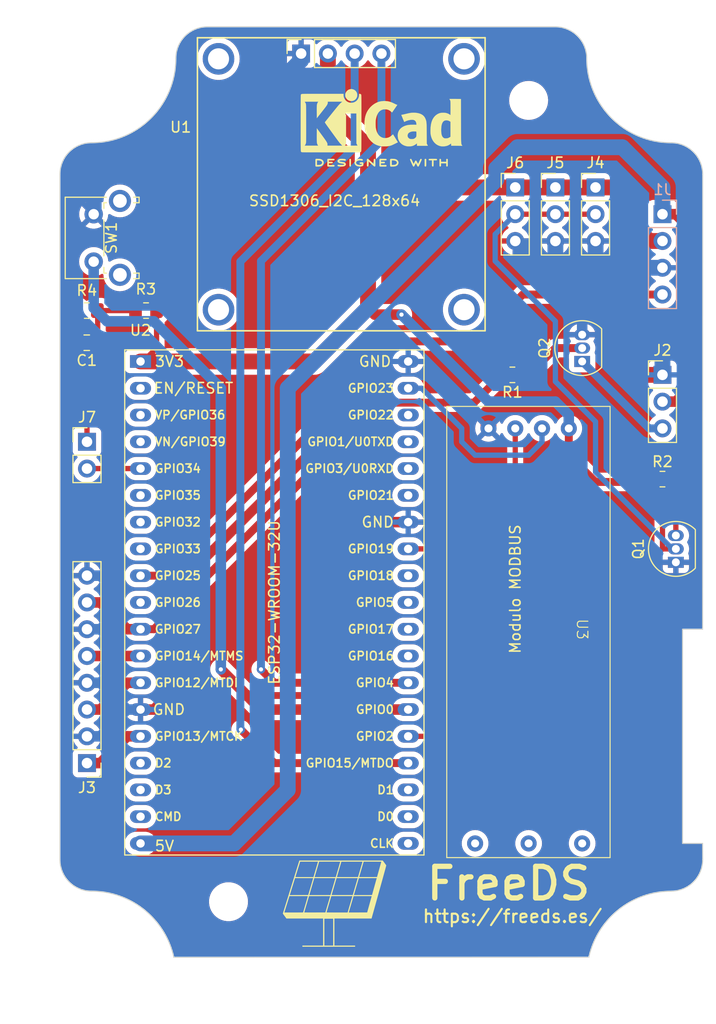
<source format=kicad_pcb>
(kicad_pcb (version 20221018) (generator pcbnew)
  (layers (0 "F.Cu" signal) (31 "B.Cu" signal) (34 "B.Paste" user) (35 "F.Paste" user) (36 "B.SilkS" user "B.Silkscreen") (37 "F.SilkS" user "F.Silkscreen") (38 "B.Mask" user) (39 "F.Mask" user) (44 "Edge.Cuts" user))
  (net 0 "")
  (net 4 "/+5V")
  (net 5 "/RELE_1")
  (net 6 "/GND")
  (net 7 "/RELE_2")
  (net 8 "/RELE_3")
  (net 9 "/RELE_4")
  (net 10 "/3V3")
  (net 11 "/DQ_DS18B20")
  (net 12 "/PWM")
  (net 13 "Net-(Q2-B)")
  (net 14 "/SW1")
  (net 15 "/SCL")
  (net 16 "/SDA")
  (net 17 "Net-(J7-Pin_1)")
  (net 35 "/RX")
  (net 40 "/TX")
  (net 41 "Net-(J2-Pin_3)")
  (net 42 "Net-(J7-Pin_2)")
  (footprint "Module:MW-519 MODBUS" (layer "F.Cu") (at 120.65 107.95 -90)
    (fp_text reference "U3" (at 0 -5.08 -90 unlocked) (layer "F.SilkS") (effects (font (thickness 0.1))))
    (fp_text value "Modulo MODBUS" (at -3.81 1.27 90 unlocked) (layer "F.SilkS"))
    (pad "1" thru_hole circle (at -19.05 -3.81 270) (size 1.524 1.524) (drill 0.762) (layers "*.Cu" "*.Mask") (net 10 "/3V3"))
    (pad "2" thru_hole circle (at -19.05 -1.27 270) (size 1.524 1.524) (drill 0.762) (layers "*.Cu" "*.Mask") (net 40 "/TX"))
    (pad "3" thru_hole circle (at -19.05 1.27 270) (size 1.524 1.524) (drill 0.762) (layers "*.Cu" "*.Mask") (net 35 "/RX"))
    (pad "4" thru_hole circle (at -19.05 3.81 270) (size 1.524 1.524) (drill 0.762) (layers "*.Cu" "*.Mask") (net 6 "/GND"))
    (pad "5" thru_hole circle (at 20.32 5.08 270) (size 1.524 1.524) (drill 0.762) (layers "*.Cu" "*.Mask"))
    (pad "6" thru_hole circle (at 20.32 0 270) (size 1.524 1.524) (drill 0.762) (layers "*.Cu" "*.Mask"))
    (pad "7" thru_hole circle (at 20.32 -5.08 270) (size 1.524 1.524) (drill 0.762) (layers "*.Cu" "*.Mask"))
  )
  (footprint "Resistor_SMD:R_0805_2012Metric_Pad1.20x1.40mm_HandSolder" (layer "F.Cu") (at 119.11 83.82 180)
    (fp_text reference "R1" (at 0 -1.65) (layer "F.SilkS"))
    (fp_text value "180R")
    (pad "1" smd roundrect (at -1 0 180) (size 1.2 1.4) (layers "F.Cu" "F.Paste" "F.Mask") (roundrect_rratio 0.2083333333) (net 13 "Net-(Q2-B)"))
    (pad "2" smd roundrect (at 1 0 180) (size 1.2 1.4) (layers "F.Cu" "F.Paste" "F.Mask") (roundrect_rratio 0.2083333333) (net 9 "/RELE_4"))
  )
  (footprint "Display:OLED_SSD1306_I2C_0.96" (layer "F.Cu") (at 99.06 53.34)
    (fp_text reference "U1" (at -11.43 6.985) (layer "F.SilkS"))
    (fp_text value "SSD1306_I2C_128x64" (at 3.175 13.97) (layer "F.SilkS"))
    (pad "" np_thru_hole circle (at -7.84 0.5) (size 3 3) (drill 2) (layers "*.Cu" "*.Mask"))
    (pad "" np_thru_hole circle (at -7.84 24.3) (size 3 3) (drill 2) (layers "*.Cu" "*.Mask"))
    (pad "" np_thru_hole circle (at 15.46 0.5) (size 3 3) (drill 2) (layers "*.Cu" "*.Mask"))
    (pad "" np_thru_hole circle (at 15.46 24.3) (size 3 3) (drill 2) (layers "*.Cu" "*.Mask"))
    (pad "1" thru_hole rect (at 0 0 90) (size 1.7 1.7) (drill 1) (layers "*.Cu" "*.Mask") (net 6 "/GND"))
    (pad "2" thru_hole oval (at 2.54 0 90) (size 1.7 1.7) (drill 1) (layers "*.Cu" "*.Mask") (net 10 "/3V3"))
    (pad "3" thru_hole oval (at 5.08 0 90) (size 1.7 1.7) (drill 1) (layers "*.Cu" "*.Mask") (net 15 "/SCL"))
    (pad "4" thru_hole oval (at 7.62 0 90) (size 1.7 1.7) (drill 1) (layers "*.Cu" "*.Mask") (net 16 "/SDA"))
  )
  (footprint "Connector_PinHeader_2.54mm:PinHeader_1x03_P2.54mm_Vertical" (layer "F.Cu") (at 127 66.04)
    (fp_text reference "J4" (at 0 -2.33) (layer "F.SilkS"))
    (fp_text value "Conn_01x03_Male" hide)
    (pad "1" thru_hole rect (at 0 0) (size 1.7 1.7) (drill 1) (layers "*.Cu" "*.Mask") (net 10 "/3V3"))
    (pad "2" thru_hole oval (at 0 2.54) (size 1.7 1.7) (drill 1) (layers "*.Cu" "*.Mask") (net 11 "/DQ_DS18B20"))
    (pad "3" thru_hole oval (at 0 5.08) (size 1.7 1.7) (drill 1) (layers "*.Cu" "*.Mask") (net 6 "/GND"))
  )
  (footprint "Capacitor_SMD:C_0805_2012Metric_Pad1.18x1.45mm_HandSolder" (layer "F.Cu") (at 78.7185 80.772 180)
    (fp_text reference "C1" (at 0 -1.68) (layer "F.SilkS"))
    (fp_text value "10uF")
    (pad "1" smd roundrect (at -1.0375 0 180) (size 1.175 1.45) (layers "F.Cu" "F.Paste" "F.Mask") (roundrect_rratio 0.2127659574) (net 17 "Net-(J7-Pin_1)"))
    (pad "2" smd roundrect (at 1.0375 0 180) (size 1.175 1.45) (layers "F.Cu" "F.Paste" "F.Mask") (roundrect_rratio 0.2127659574) (net 6 "/GND"))
  )
  (footprint "Connector_PinHeader_2.54mm:PinHeader_1x03_P2.54mm_Vertical" (layer "F.Cu") (at 119.38 66.04)
    (fp_text reference "J6" (at 0 -2.33) (layer "F.SilkS"))
    (fp_text value "Conn_01x03_Male" hide)
    (pad "1" thru_hole rect (at 0 0) (size 1.7 1.7) (drill 1) (layers "*.Cu" "*.Mask") (net 10 "/3V3"))
    (pad "2" thru_hole oval (at 0 2.54) (size 1.7 1.7) (drill 1) (layers "*.Cu" "*.Mask") (net 11 "/DQ_DS18B20"))
    (pad "3" thru_hole oval (at 0 5.08) (size 1.7 1.7) (drill 1) (layers "*.Cu" "*.Mask") (net 6 "/GND"))
  )
  (footprint "MountingHole:MountingHole_3.2mm_M3" (layer "F.Cu") (at 92.17 133.8)
    (fp_text reference "H6")
    (fp_text value "MountingHole")
    (pad "" np_thru_hole circle (at 0 0) (size 3.2 3.2) (drill 3.2) (layers "*.Cu" "*.Mask"))
  )
  (footprint "Symbol:FreeDS" (layer "F.Cu") (at 102.235 133.985)
    (fp_text reference "FreeDS" (at 16.51 -1.905) (layer "F.SilkS") (effects (font (size 3 3) (thickness 0.5) bold)))
    (fp_text value "LOGO" hide)
  )
  (footprint "Resistor_SMD:R_0805_2012Metric_Pad1.20x1.40mm_HandSolder" (layer "F.Cu") (at 78.724 77.724 180)
    (fp_text reference "R4" (at 0 1.905) (layer "F.SilkS"))
    (fp_text value "10K")
    (pad "1" smd roundrect (at -1 0 180) (size 1.2 1.4) (layers "F.Cu" "F.Paste" "F.Mask") (roundrect_rratio 0.2083333333) (net 17 "Net-(J7-Pin_1)"))
    (pad "2" smd roundrect (at 1 0 180) (size 1.2 1.4) (layers "F.Cu" "F.Paste" "F.Mask") (roundrect_rratio 0.2083333333) (net 6 "/GND"))
  )
  (footprint "Resistor_SMD:R_0805_2012Metric_Pad1.20x1.40mm_HandSolder" (layer "F.Cu") (at 133.35 93.71)
    (fp_text reference "R2" (at 0 -1.65) (layer "F.SilkS"))
    (fp_text value "4K7")
    (pad "1" smd roundrect (at -1 0) (size 1.2 1.4) (layers "F.Cu" "F.Paste" "F.Mask") (roundrect_rratio 0.2083333333) (net 10 "/3V3"))
    (pad "2" smd roundrect (at 1 0) (size 1.2 1.4) (layers "F.Cu" "F.Paste" "F.Mask") (roundrect_rratio 0.2083333333) (net 11 "/DQ_DS18B20"))
  )
  (footprint "Package_TO_SOT_THT:TO-92_Inline" (layer "F.Cu") (at 134.62 101.6 90)
    (fp_text reference "Q1" (at 1.27 -3.56 90) (layer "F.SilkS"))
    (fp_text value "DS18B20")
    (pad "1" thru_hole rect (at 0 0 90) (size 1.05 1.5) (drill 0.75) (layers "*.Cu" "*.Mask") (net 6 "/GND"))
    (pad "2" thru_hole oval (at 1.27 0 90) (size 1.05 1.5) (drill 0.75) (layers "*.Cu" "*.Mask") (net 11 "/DQ_DS18B20"))
    (pad "3" thru_hole oval (at 2.54 0 90) (size 1.05 1.5) (drill 0.75) (layers "*.Cu" "*.Mask") (net 10 "/3V3"))
  )
  (footprint "Symbol:KiCad-Logo2_6mm_SilkScreen" (layer "F.Cu") (at 106.68 59.69)
    (fp_text reference "REF**" hide)
    (fp_text value "KiCad-Logo2_6mm_SilkScreen" hide)
  )
  (footprint "Connector_PinHeader_2.54mm:PinHeader_1x08_P2.54mm_Vertical" (layer "F.Cu") (at 78.74 120.65 180)
    (fp_text reference "J3" (at 0 -2.33) (layer "F.SilkS"))
    (fp_text value "SALIDAS AUXILIARES")
    (pad "1" thru_hole rect (at 0 0 180) (size 1.7 1.7) (drill 1) (layers "*.Cu" "*.Mask") (net 5 "/RELE_1"))
    (pad "2" thru_hole oval (at 0 2.54 180) (size 1.7 1.7) (drill 1) (layers "*.Cu" "*.Mask") (net 6 "/GND"))
    (pad "3" thru_hole oval (at 0 5.08 180) (size 1.7 1.7) (drill 1) (layers "*.Cu" "*.Mask") (net 7 "/RELE_2"))
    (pad "4" thru_hole oval (at 0 7.62 180) (size 1.7 1.7) (drill 1) (layers "*.Cu" "*.Mask") (net 6 "/GND"))
    (pad "5" thru_hole oval (at 0 10.16 180) (size 1.7 1.7) (drill 1) (layers "*.Cu" "*.Mask") (net 8 "/RELE_3"))
    (pad "6" thru_hole oval (at 0 12.7 180) (size 1.7 1.7) (drill 1) (layers "*.Cu" "*.Mask") (net 6 "/GND"))
    (pad "7" thru_hole oval (at 0 15.24 180) (size 1.7 1.7) (drill 1) (layers "*.Cu" "*.Mask") (net 9 "/RELE_4"))
    (pad "8" thru_hole oval (at 0 17.78 180) (size 1.7 1.7) (drill 1) (layers "*.Cu" "*.Mask") (net 6 "/GND"))
  )
  (footprint "MountingHole:MountingHole_3.2mm_M3" (layer "F.Cu") (at 120.65 57.785)
    (fp_text reference "H1" hide)
    (fp_text value "MountingHole")
    (pad "" np_thru_hole circle (at 0 0) (size 3.2 3.2) (drill 3.2) (layers "*.Cu" "*.Mask"))
  )
  (footprint "Package_TO_SOT_THT:TO-92_Inline" (layer "F.Cu") (at 125.73 82.55 90)
    (fp_text reference "Q2" (at 1.27 -3.56 90) (layer "F.SilkS"))
    (fp_text value "BC337")
    (pad "1" thru_hole rect (at 0 0 90) (size 1.05 1.5) (drill 0.75) (layers "*.Cu" "*.Mask") (net 41 "Net-(J2-Pin_3)"))
    (pad "2" thru_hole oval (at 1.27 0 90) (size 1.05 1.5) (drill 0.75) (layers "*.Cu" "*.Mask") (net 13 "Net-(Q2-B)"))
    (pad "3" thru_hole oval (at 2.54 0 90) (size 1.05 1.5) (drill 0.75) (layers "*.Cu" "*.Mask") (net 6 "/GND"))
  )
  (footprint "Connector_PinHeader_2.54mm:PinHeader_1x03_P2.54mm_Vertical" (layer "F.Cu") (at 123.19 66.04)
    (fp_text reference "J5" (at 0 -2.33) (layer "F.SilkS"))
    (fp_text value "Conn_01x03_Male" hide)
    (pad "1" thru_hole rect (at 0 0) (size 1.7 1.7) (drill 1) (layers "*.Cu" "*.Mask") (net 10 "/3V3"))
    (pad "2" thru_hole oval (at 0 2.54) (size 1.7 1.7) (drill 1) (layers "*.Cu" "*.Mask") (net 11 "/DQ_DS18B20"))
    (pad "3" thru_hole oval (at 0 5.08) (size 1.7 1.7) (drill 1) (layers "*.Cu" "*.Mask") (net 6 "/GND"))
  )
  (footprint "Resistor_SMD:R_0805_2012Metric_Pad1.20x1.40mm_HandSolder" (layer "F.Cu") (at 84.344 77.724 180)
    (fp_text reference "R3" (at 0.016 2.032) (layer "F.SilkS"))
    (fp_text value "10K")
    (pad "1" smd roundrect (at -1 0 180) (size 1.2 1.4) (layers "F.Cu" "F.Paste" "F.Mask") (roundrect_rratio 0.2083333333) (net 10 "/3V3"))
    (pad "2" smd roundrect (at 1 0 180) (size 1.2 1.4) (layers "F.Cu" "F.Paste" "F.Mask") (roundrect_rratio 0.2083333333) (net 17 "Net-(J7-Pin_1)"))
  )
  (footprint "Button_Switch_THT:SW_Tactile_SPST_Angled_PTS645Vx83-2LFS" (layer "F.Cu") (at 79.375 73.08 90)
    (fp_text reference "SW1" (at 2.25 1.68 90) (layer "F.SilkS"))
    (fp_text value "PRG")
    (pad "" thru_hole circle (at -1.25 2.49 90) (size 2.1 2.1) (drill 1.3) (layers "*.Cu" "*.Mask"))
    (pad "" thru_hole circle (at 5.76 2.49 90) (size 2.1 2.1) (drill 1.3) (layers "*.Cu" "*.Mask"))
    (pad "1" thru_hole circle (at 0 0 90) (size 1.75 1.75) (drill 0.99) (layers "*.Cu" "*.Mask") (net 14 "/SW1"))
    (pad "2" thru_hole circle (at 4.5 0 90) (size 1.75 1.75) (drill 0.99) (layers "*.Cu" "*.Mask") (net 6 "/GND"))
  )
  (footprint "Connector_PinHeader_2.54mm:PinHeader_1x02_P2.54mm_Vertical" (layer "F.Cu") (at 78.74 90.17)
    (fp_text reference "J7" (at 0 -2.33) (layer "F.SilkS"))
    (fp_text value "Conn_01x02_Pin" hide)
    (pad "1" thru_hole rect (at 0 0) (size 1.7 1.7) (drill 1) (layers "*.Cu" "*.Mask") (net 17 "Net-(J7-Pin_1)"))
    (pad "2" thru_hole oval (at 0 2.54) (size 1.7 1.7) (drill 1) (layers "*.Cu" "*.Mask") (net 42 "Net-(J7-Pin_2)"))
  )
  (footprint "Espressif:ESP32-DevKitC" (layer "F.Cu") (at 83.82 82.55)
    (fp_text reference "U2" (at 0 -2.95656) (layer "F.SilkS"))
    (fp_text value "ESP32-WROOM-32U" (at 12.7 22.86 90) (layer "F.SilkS"))
    (fp_text user "D2" (at 1.27 38.1 unlocked) (layer "F.SilkS") (effects (font (size 0.8 0.8)) (justify left)))
    (fp_text user "GPIO34" (at 1.27 10.16 unlocked) (layer "F.SilkS") (effects (font (size 0.8 0.8)) (justify left)))
    (fp_text user "GPIO17" (at 24.13 25.4 unlocked) (layer "F.SilkS") (effects (font (size 0.8 0.8)) (justify right)))
    (fp_text user "GPIO16" (at 24.13 27.94 unlocked) (layer "F.SilkS") (effects (font (size 0.8 0.8)) (justify right)))
    (fp_text user "VN/GPIO39" (at 1.27 7.62 unlocked) (layer "F.SilkS") (effects (font (size 0.8 0.8)) (justify left)))
    (fp_text user "GPIO35" (at 1.27 12.7 unlocked) (layer "F.SilkS") (effects (font (size 0.8 0.8)) (justify left)))
    (fp_text user "GND" (at 4.318 33.02 unlocked) (layer "F.SilkS") (effects (justify right)))
    (fp_text user "GPIO26" (at 1.27 22.86 unlocked) (layer "F.SilkS") (effects (font (size 0.8 0.8)) (justify left)))
    (fp_text user "GPIO19" (at 24.13 17.78 unlocked) (layer "F.SilkS") (effects (font (size 0.8 0.8)) (justify right)))
    (fp_text user "GPIO32" (at 1.27 15.24 unlocked) (layer "F.SilkS") (effects (font (size 0.8 0.8)) (justify left)))
    (fp_text user "5V" (at 1.26632 45.97128 unlocked) (layer "F.SilkS") (effects (justify left)))
    (fp_text user "GPIO2" (at 24.13 35.56 unlocked) (layer "F.SilkS") (effects (font (size 0.8 0.8)) (justify right)))
    (fp_text user "3V3" (at 1.27 0 unlocked) (layer "F.SilkS") (effects (justify left)))
    (fp_text user "D1" (at 24.13 40.64 unlocked) (layer "F.SilkS") (effects (font (size 0.8 0.8)) (justify right)))
    (fp_text user "GPIO25" (at 1.27 20.32 unlocked) (layer "F.SilkS") (effects (font (size 0.8 0.8)) (justify left)))
    (fp_text user "GPIO15/MTDO" (at 24.13 38.1 unlocked) (layer "F.SilkS") (effects (font (size 0.8 0.8)) (justify right)))
    (fp_text user "GPIO23" (at 24.13 2.54 unlocked) (layer "F.SilkS") (effects (font (size 0.8 0.8)) (justify right)))
    (fp_text user "GPIO33" (at 1.27 17.78 unlocked) (layer "F.SilkS") (effects (font (size 0.8 0.8)) (justify left)))
    (fp_text user "GPIO4" (at 24.13 30.48 unlocked) (layer "F.SilkS") (effects (font (size 0.8 0.8)) (justify right)))
    (fp_text user "GPIO3/U0RXD" (at 24.13 10.16 unlocked) (layer "F.SilkS") (effects (font (size 0.8 0.8)) (justify right)))
    (fp_text user "GPIO13/MTCK" (at 1.27 35.56 unlocked) (layer "F.SilkS") (effects (font (size 0.8 0.8)) (justify left)))
    (fp_text user "D3" (at 1.27 40.64 unlocked) (layer "F.SilkS") (effects (font (size 0.8 0.8)) (justify left)))
    (fp_text user "CLK" (at 24.13 45.72 unlocked) (layer "F.SilkS") (effects (font (size 0.8 0.8)) (justify right)))
    (fp_text user "GPIO22" (at 24.13 5.08 unlocked) (layer "F.SilkS") (effects (font (size 0.8 0.8)) (justify right)))
    (fp_text user "GPIO0" (at 24.13 33.02 unlocked) (layer "F.SilkS") (effects (font (size 0.8 0.8)) (justify right)))
    (fp_text user "GPIO27" (at 1.27 25.4 unlocked) (layer "F.SilkS") (effects (font (size 0.8 0.8)) (justify left)))
    (fp_text user "EN/RESET" (at 8.88632 2.53728 unlocked) (layer "F.SilkS") (effects (justify right)))
    (fp_text user "GPIO18" (at 24.13 20.32 unlocked) (layer "F.SilkS") (effects (font (size 0.8 0.8)) (justify right)))
    (fp_text user "GPIO14/MTMS" (at 1.27 27.94 unlocked) (layer "F.SilkS") (effects (font (size 0.8 0.8)) (justify left)))
    (fp_text user "GPIO1/U0TXD" (at 24.13 7.62 unlocked) (layer "F.SilkS") (effects (font (size 0.8 0.8)) (justify right)))
    (fp_text user "GPIO5" (at 24.13 22.86 unlocked) (layer "F.SilkS") (effects (font (size 0.8 0.8)) (justify right)))
    (fp_text user "CMD" (at 1.27 43.18 unlocked) (layer "F.SilkS") (effects (font (size 0.8 0.8)) (justify left)))
    (fp_text user "GND" (at 24.13 15.24 unlocked) (layer "F.SilkS") (effects (justify right)))
    (fp_text user "D0" (at 24.13 43.18 unlocked) (layer "F.SilkS") (effects (font (size 0.8 0.8)) (justify right)))
    (fp_text user "GPIO21" (at 24.13 12.7 unlocked) (layer "F.SilkS") (effects (font (size 0.8 0.8)) (justify right)))
    (fp_text user "GPIO12/MTDI" (at 1.27 30.48 unlocked) (layer "F.SilkS") (effects (font (size 0.8 0.8)) (justify left)))
    (fp_text user "GND" (at 23.876 0 unlocked) (layer "F.SilkS") (effects (justify right)))
    (fp_text user "VP/GPIO36" (at 1.27 5.08 unlocked) (layer "F.SilkS") (effects (font (size 0.8 0.8)) (justify left)))
    (pad "1" thru_hole rect (at 0 0 270) (size 1.2 2) (drill 0.8) (layers "*.Cu" "*.Mask") (net 10 "/3V3"))
    (pad "2" thru_hole oval (at 0 2.54 270) (size 1.2 2) (drill 0.8) (layers "*.Cu" "*.Mask"))
    (pad "3" thru_hole oval (at 0 5.08 270) (size 1.2 2) (drill 0.8) (layers "*.Cu" "*.Mask"))
    (pad "4" thru_hole oval (at 0 7.62 270) (size 1.2 2) (drill 0.8) (layers "*.Cu" "*.Mask"))
    (pad "5" thru_hole oval (at 0 10.16 270) (size 1.2 2) (drill 0.8) (layers "*.Cu" "*.Mask") (net 42 "Net-(J7-Pin_2)"))
    (pad "6" thru_hole oval (at 0 12.7 270) (size 1.2 2) (drill 0.8) (layers "*.Cu" "*.Mask"))
    (pad "7" thru_hole oval (at 0 15.24 270) (size 1.2 2) (drill 0.8) (layers "*.Cu" "*.Mask"))
    (pad "8" thru_hole oval (at 0 17.78 270) (size 1.2 2) (drill 0.8) (layers "*.Cu" "*.Mask"))
    (pad "9" thru_hole oval (at 0 20.32 270) (size 1.2 2) (drill 0.8) (layers "*.Cu" "*.Mask") (net 12 "/PWM"))
    (pad "10" thru_hole oval (at 0 22.86 270) (size 1.2 2) (drill 0.8) (layers "*.Cu" "*.Mask"))
    (pad "11" thru_hole oval (at 0 25.4 270) (size 1.2 2) (drill 0.8) (layers "*.Cu" "*.Mask") (net 9 "/RELE_4"))
    (pad "12" thru_hole oval (at 0 27.94 270) (size 1.2 2) (drill 0.8) (layers "*.Cu" "*.Mask") (net 8 "/RELE_3"))
    (pad "13" thru_hole oval (at 0 30.48 270) (size 1.2 2) (drill 0.8) (layers "*.Cu" "*.Mask") (net 7 "/RELE_2"))
    (pad "14" thru_hole oval (at 0 33.02 270) (size 1.2 2) (drill 0.8) (layers "*.Cu" "*.Mask") (net 6 "/GND"))
    (pad "15" thru_hole oval (at 0 35.56 270) (size 1.2 2) (drill 0.8) (layers "*.Cu" "*.Mask") (net 5 "/RELE_1"))
    (pad "16" thru_hole oval (at 0 38.1 270) (size 1.2 2) (drill 0.8) (layers "*.Cu" "*.Mask"))
    (pad "17" thru_hole oval (at 0 40.64 270) (size 1.2 2) (drill 0.8) (layers "*.Cu" "*.Mask"))
    (pad "18" thru_hole oval (at 0 43.18 270) (size 1.2 2) (drill 0.8) (layers "*.Cu" "*.Mask"))
    (pad "19" thru_hole oval (at 0 45.72 270) (size 1.2 2) (drill 0.8) (layers "*.Cu" "*.Mask") (net 4 "/+5V"))
    (pad "20" thru_hole oval (at 25.39632 45.71728 270) (size 1.2 2) (drill 0.8) (layers "*.Cu" "*.Mask"))
    (pad "21" thru_hole oval (at 25.39632 43.17728 270) (size 1.2 2) (drill 0.8) (layers "*.Cu" "*.Mask"))
    (pad "22" thru_hole oval (at 25.4 40.64 270) (size 1.2 2) (drill 0.8) (layers "*.Cu" "*.Mask"))
    (pad "23" thru_hole oval (at 25.4 38.1 270) (size 1.2 2) (drill 0.8) (layers "*.Cu" "*.Mask") (net 15 "/SCL"))
    (pad "24" thru_hole oval (at 25.4 35.56 270) (size 1.2 2) (drill 0.8) (layers "*.Cu" "*.Mask") (net 11 "/DQ_DS18B20"))
    (pad "25" thru_hole oval (at 25.4 33.02 270) (size 1.2 2) (drill 0.8) (layers "*.Cu" "*.Mask") (net 14 "/SW1"))
    (pad "26" thru_hole oval (at 25.4 30.48 270) (size 1.2 2) (drill 0.8) (layers "*.Cu" "*.Mask") (net 16 "/SDA"))
    (pad "27" thru_hole oval (at 25.4 27.94 270) (size 1.2 2) (drill 0.8) (layers "*.Cu" "*.Mask"))
    (pad "28" thru_hole oval (at 25.4 25.4 270) (size 1.2 2) (drill 0.8) (layers "*.Cu" "*.Mask"))
    (pad "29" thru_hole oval (at 25.4 22.86 270) (size 1.2 2) (drill 0.8) (layers "*.Cu" "*.Mask"))
    (pad "30" thru_hole oval (at 25.4 20.32 270) (size 1.2 2) (drill 0.8) (layers "*.Cu" "*.Mask"))
    (pad "31" thru_hole oval (at 25.4 17.78 270) (size 1.2 2) (drill 0.8) (layers "*.Cu" "*.Mask") (net 35 "/RX"))
    (pad "32" thru_hole oval (at 25.4 15.24 270) (size 1.2 2) (drill 0.8) (layers "*.Cu" "*.Mask") (net 6 "/GND"))
    (pad "33" thru_hole oval (at 25.4 12.7 270) (size 1.2 2) (drill 0.8) (layers "*.Cu" "*.Mask"))
    (pad "34" thru_hole oval (at 25.4 10.16 270) (size 1.2 2) (drill 0.8) (layers "*.Cu" "*.Mask"))
    (pad "35" thru_hole oval (at 25.4 7.62 270) (size 1.2 2) (drill 0.8) (layers "*.Cu" "*.Mask"))
    (pad "36" thru_hole oval (at 25.4 5.08 270) (size 1.2 2) (drill 0.8) (layers "*.Cu" "*.Mask"))
    (pad "37" thru_hole oval (at 25.4 2.54 270) (size 1.2 2) (drill 0.8) (layers "*.Cu" "*.Mask") (net 40 "/TX"))
    (pad "38" thru_hole oval (at 25.4 0 270) (size 1.2 2) (drill 0.8) (layers "*.Cu" "*.Mask") (net 6 "/GND"))
  )
  (footprint "Connector_PinHeader_2.54mm:PinHeader_1x03_P2.54mm_Vertical" (layer "F.Cu") (at 133.35 83.82)
    (fp_text reference "J2" (at 0 -2.33) (layer "F.SilkS"))
    (fp_text value "VENTILADOR")
    (pad "1" thru_hole rect (at 0 0) (size 1.7 1.7) (drill 1) (layers "*.Cu" "*.Mask") (net 6 "/GND"))
    (pad "2" thru_hole oval (at 0 2.54) (size 1.7 1.7) (drill 1) (layers "*.Cu" "*.Mask") (net 4 "/+5V"))
    (pad "3" thru_hole oval (at 0 5.08) (size 1.7 1.7) (drill 1) (layers "*.Cu" "*.Mask") (net 41 "Net-(J2-Pin_3)"))
  )
  (footprint "Connector_PinHeader_2.54mm:PinHeader_1x04_P2.54mm_Vertical" (layer "B.Cu") (at 133.35 68.58 180)
    (fp_text reference "J1" (at 0 2.33) (layer "B.SilkS") (effects (justify mirror)))
    (fp_text value "Conn_01x04")
    (pad "1" thru_hole rect (at 0 0 180) (size 1.7 1.7) (drill 1) (layers "*.Cu" "*.Mask") (net 4 "/+5V"))
    (pad "2" thru_hole oval (at 0 -2.54 180) (size 1.7 1.7) (drill 1) (layers "*.Cu" "*.Mask") (net 10 "/3V3"))
    (pad "3" thru_hole oval (at 0 -5.08 180) (size 1.7 1.7) (drill 1) (layers "*.Cu" "*.Mask") (net 6 "/GND"))
    (pad "4" thru_hole oval (at 0 -7.62 180) (size 1.7 1.7) (drill 1) (layers "*.Cu" "*.Mask") (net 12 "/PWM"))
  )
  (gr_arc (start 134.17 61.8) (mid 136.29132 62.67868) (end 137.17 64.8) (stroke (width 0.1)) (layer "Edge.Cuts"))
  (gr_arc (start 134.17 61.8) (mid 128.513146 59.456854) (end 126.17 53.8) (stroke (width 0.1)) (layer "Edge.Cuts"))
  (gr_arc (start 76.17 64.8) (mid 77.04868 62.67868) (end 79.17 61.8) (stroke (width 0.1)) (layer "Edge.Cuts"))
  (gr_arc (start 79.17 132.8) (mid 84.177297 134.560851) (end 86.980318 139.068255) (stroke (width 0.1)) (layer "Edge.Cuts"))
  (gr_line (start 86.980318 139.068255) (end 126.365 139.065) (stroke (width 0.1)) (layer "Edge.Cuts"))
  (gr_arc (start 123.17 50.8) (mid 125.29132 51.67868) (end 126.17 53.8) (stroke (width 0.1)) (layer "Edge.Cuts"))
  (gr_arc (start 87.17 53.8) (mid 88.04868 51.67868) (end 90.17 50.8) (stroke (width 0.1)) (layer "Edge.Cuts"))
  (gr_line (start 137.17 129.8) (end 137.16 128.27) (stroke (width 0.1)) (layer "Edge.Cuts"))
  (gr_arc (start 137.17 129.8) (mid 136.29132 131.92132) (end 134.17 132.8) (stroke (width 0.1)) (layer "Edge.Cuts"))
  (gr_line (start 137.16 107.95) (end 137.17 64.8) (stroke (width 0.1)) (layer "Edge.Cuts"))
  (gr_line (start 123.17 50.8) (end 90.17 50.8) (stroke (width 0.1)) (layer "Edge.Cuts"))
  (gr_line (start 135.255 128.27) (end 137.16 128.27) (stroke (width 0.1)) (layer "Edge.Cuts"))
  (gr_line (start 76.17 129.8) (end 76.17 64.8) (stroke (width 0.1)) (layer "Edge.Cuts"))
  (gr_arc (start 79.17 132.8) (mid 77.04868 131.92132) (end 76.17 129.8) (stroke (width 0.1)) (layer "Edge.Cuts"))
  (gr_arc (start 87.17 53.8) (mid 84.826854 59.456854) (end 79.17 61.8) (stroke (width 0.1)) (layer "Edge.Cuts"))
  (gr_line (start 137.16 107.95) (end 135.255 107.95) (stroke (width 0.1)) (layer "Edge.Cuts"))
  (gr_arc (start 126.365 139.065) (mid 129.167199 134.562995) (end 134.17 132.804486) (stroke (width 0.1)) (layer "Edge.Cuts"))
  (gr_line (start 135.255 107.95) (end 135.255 128.27) (stroke (width 0.1)) (layer "Edge.Cuts"))
  (gr_text "https://freeds.es/" (at 110.49 135.89) (layer "F.SilkS") (effects (font (size 1.2 1.2) (thickness 0.2) bold) (justify left bottom)))
  (segment (start 135.89 85.09) (end 135.89 69.85) (width 1) (layer "F.Cu") (net 4))
  (segment (start 135.89 69.85) (end 134.62 68.58) (width 1) (layer "F.Cu") (net 4))
  (segment (start 133.35 86.36) (end 134.62 86.36) (width 1) (layer "F.Cu") (net 4))
  (segment (start 134.62 86.36) (end 135.89 85.09) (width 1) (layer "F.Cu") (net 4))
  (segment (start 134.62 68.58) (end 133.35 68.58) (width 1) (layer "F.Cu") (net 4))
  (segment (start 117.58 64.24) (end 119.59 62.23) (width 1.5) (layer "B.Cu") (net 4))
  (segment (start 83.82 128.27) (end 92.71 128.27) (width 1.5) (layer "B.Cu") (net 4))
  (segment (start 119.59 62.23) (end 129.54 62.23) (width 1.5) (layer "B.Cu") (net 4))
  (segment (start 97.79 85.09) (end 117.58 65.3) (width 1.5) (layer "B.Cu") (net 4))
  (segment (start 129.54 62.23) (end 133.35 66.04) (width 1.5) (layer "B.Cu") (net 4))
  (segment (start 133.35 66.04) (end 133.35 68.58) (width 1.5) (layer "B.Cu") (net 4))
  (segment (start 92.71 128.27) (end 97.79 123.19) (width 1.5) (layer "B.Cu") (net 4))
  (segment (start 117.58 65.3) (end 117.58 64.24) (width 1.5) (layer "B.Cu") (net 4))
  (segment (start 97.79 123.19) (end 97.79 85.09) (width 1.5) (layer "B.Cu") (net 4))
  (segment (start 78.74 120.65) (end 80.01 120.65) (width 1) (layer "F.Cu") (net 5))
  (segment (start 80.01 120.65) (end 82.55 118.11) (width 1) (layer "F.Cu") (net 5))
  (segment (start 82.55 118.11) (end 83.82 118.11) (width 1) (layer "F.Cu") (net 5))
  (segment (start 83.82 115.57) (end 85.09 115.57) (width 1) (layer "F.Cu") (net 6))
  (segment (start 85.09 115.57) (end 93.98 106.68) (width 1) (layer "F.Cu") (net 6))
  (segment (start 118.11 86.36) (end 116.84 87.63) (width 1.5) (layer "F.Cu") (net 6))
  (segment (start 94.822944 106.68) (end 103.712944 97.79) (width 1) (layer "F.Cu") (net 6))
  (segment (start 93.98 106.68) (end 94.822944 106.68) (width 1) (layer "F.Cu") (net 6))
  (segment (start 77.681 77.767) (end 77.724 77.724) (width 0.5) (layer "F.Cu") (net 6))
  (segment (start 133.35 83.82) (end 129.54 83.82) (width 1.5) (layer "F.Cu") (net 6))
  (segment (start 127 86.36) (end 118.11 86.36) (width 1.5) (layer "F.Cu") (net 6))
  (segment (start 116.84 87.63) (end 116.84 88.9) (width 1.5) (layer "F.Cu") (net 6))
  (segment (start 77.681 80.772) (end 77.681 77.767) (width 0.5) (layer "F.Cu") (net 6))
  (segment (start 129.54 83.82) (end 127 86.36) (width 1.5) (layer "F.Cu") (net 6))
  (segment (start 103.712944 97.79) (end 109.22 97.79) (width 1) (layer "F.Cu") (net 6))
  (segment (start 125.73 73.66) (end 123.19 73.66) (width 1.5) (layer "B.Cu") (net 6))
  (segment (start 80.01 113.03) (end 78.74 113.03) (width 1) (layer "B.Cu") (net 6))
  (segment (start 128.27 76.2) (end 125.73 76.2) (width 1.5) (layer "B.Cu") (net 6))
  (segment (start 99.06 53.975) (end 99.06 53.34) (width 1.5) (layer "B.Cu") (net 6))
  (segment (start 78.74 118.11) (end 80.01 118.11) (width 1) (layer "B.Cu") (net 6))
  (segment (start 82.55 115.57) (end 80.01 113.03) (width 1) (layer "B.Cu") (net 6))
  (segment (start 121.92 73.66) (end 119.38 71.12) (width 1.5) (layer "B.Cu") (net 6))
  (segment (start 80.01 107.95) (end 78.74 107.95) (width 1) (layer "B.Cu") (net 6))
  (segment (start 81.28 109.22) (end 80.01 107.95) (width 1) (layer "B.Cu") (net 6))
  (segment (start 79.375 66.04) (end 80.645 64.77) (width 1.5) (layer "B.Cu") (net 6))
  (segment (start 82.55 115.57) (end 83.82 115.57) (width 1) (layer "B.Cu") (net 6))
  (segment (start 133.35 81.28) (end 128.27 76.2) (width 1.5) (layer "B.Cu") (net 6))
  (segment (start 88.265 64.77) (end 99.06 53.975) (width 1.5) (layer "B.Cu") (net 6))
  (segment (start 123.19 73.66) (end 121.92 73.66) (width 1.5) (layer "B.Cu") (net 6))
  (segment (start 79.375 68.58) (end 79.375 66.04) (width 1.5) (layer "B.Cu") (net 6))
  (segment (start 123.19 71.12) (end 123.19 73.66) (width 1.5) (layer "B.Cu") (net 6))
  (segment (start 80.01 107.95) (end 81.28 106.68) (width 1) (layer "B.Cu") (net 6))
  (segment (start 80.01 118.11) (end 82.55 115.57) (width 1) (layer "B.Cu") (net 6))
  (segment (start 133.35 73.66) (end 127 73.66) (width 1.5) (layer "B.Cu") (net 6))
  (segment (start 80.645 64.77) (end 88.265 64.77) (width 1.5) (layer "B.Cu") (net 6))
  (segment (start 133.35 83.82) (end 133.35 81.28) (width 1.5) (layer "B.Cu") (net 6))
  (segment (start 81.28 104.14) (end 80.01 102.87) (width 1) (layer "B.Cu") (net 6))
  (segment (start 80.01 113.03) (end 81.28 111.76) (width 1) (layer "B.Cu") (net 6))
  (segment (start 81.28 111.76) (end 81.28 109.22) (width 1) (layer "B.Cu") (net 6))
  (segment (start 127 71.12) (end 127 73.66) (width 1.5) (layer "B.Cu") (net 6))
  (segment (start 125.73 76.2) (end 125.73 73.66) (width 1.5) (layer "B.Cu") (net 6))
  (segment (start 125.73 80.01) (end 125.73 76.2) (width 1) (layer "B.Cu") (net 6))
  (segment (start 127 73.66) (end 125.73 73.66) (width 1.5) (layer "B.Cu") (net 6))
  (segment (start 80.01 102.87) (end 78.74 102.87) (width 1) (layer "B.Cu") (net 6))
  (segment (start 81.28 106.68) (end 81.28 104.14) (width 1) (layer "B.Cu") (net 6))
  (segment (start 80.01 115.57) (end 82.55 113.03) (width 1) (layer "F.Cu") (net 7))
  (segment (start 78.74 115.57) (end 80.01 115.57) (width 1) (layer "F.Cu") (net 7))
  (segment (start 82.55 113.03) (end 83.82 113.03) (width 1) (layer "F.Cu") (net 7))
  (segment (start 78.74 110.49) (end 83.82 110.49) (width 1) (layer "F.Cu") (net 8))
  (segment (start 80.01 105.41) (end 82.55 107.95) (width 1) (layer "F.Cu") (net 9))
  (segment (start 85.09 107.95) (end 86.36 106.68) (width 0.75) (layer "F.Cu") (net 9))
  (segment (start 106.585 86.455) (end 115.475 86.455) (width 0.75) (layer "F.Cu") (net 9))
  (segment (start 86.36 106.68) (end 106.585 86.455) (width 0.75) (layer "F.Cu") (net 9))
  (segment (start 115.475 86.455) (end 118.11 83.82) (width 0.75) (layer "F.Cu") (net 9))
  (segment (start 83.82 107.95) (end 85.09 107.95) (width 0.75) (layer "F.Cu") (net 9))
  (segment (start 78.74 105.41) (end 80.01 105.41) (width 1) (layer "F.Cu") (net 9))
  (segment (start 82.55 107.95) (end 83.82 107.95) (width 1) (layer "F.Cu") (net 9))
  (segment (start 124.46 91.44) (end 124.46 88.9) (width 0.75) (layer "F.Cu") (net 10))
  (segment (start 127 66.04) (end 129.35 66.04) (width 1.5) (layer "F.Cu") (net 10))
  (segment (start 134.62 97.155) (end 135.89 95.885) (width 0.5) (layer "F.Cu") (net 10))
  (segment (start 135.89 92.71) (end 135.255 92.075) (width 0.5) (layer "F.Cu") (net 10))
  (segment (start 100.33 82.55) (end 105.41 77.47) (width 1.5) (layer "F.Cu") (net 10))
  (segment (start 101.6 53.34) (end 101.6 58.42) (width 1.5) (layer "F.Cu") (net 10))
  (segment (start 85.344 81.28) (end 85.344 77.724) (width 0.5) (layer "F.Cu") (net 10))
  (segment (start 84.074 82.55) (end 85.344 81.28) (width 0.5) (layer "F.Cu") (net 10))
  (segment (start 135.89 95.885) (end 135.89 92.71) (width 0.5) (layer "F.Cu") (net 10))
  (segment (start 135.255 92.075) (end 133.35 92.075) (width 0.5) (layer "F.Cu") (net 10))
  (segment (start 106.045 78.105) (end 105.41 77.47) (width 1) (layer "F.Cu") (net 10))
  (segment (start 132.08 71.12) (end 133.35 71.12) (width 1.5) (layer "F.Cu") (net 10))
  (segment (start 83.82 82.55) (end 100.33 82.55) (width 1.5) (layer "F.Cu") (net 10))
  (segment (start 83.82 82.55) (end 84.074 82.55) (width 0.5) (layer "F.Cu") (net 10))
  (segment (start 130.81 69.85) (end 132.08 71.12) (width 1.5) (layer "F.Cu") (net 10))
  (segment (start 132.08 93.98) (end 127 93.98) (width 0.75) (layer "F.Cu") (net 10))
  (segment (start 105.41 66.04) (end 119.38 66.04) (width 1.5) (layer "F.Cu") (net 10))
  (segment (start 127 93.98) (end 124.46 91.44) (width 0.75) (layer "F.Cu") (net 10))
  (segment (start 119.38 66.04) (end 123.19 66.04) (width 1.5) (layer "F.Cu") (net 10))
  (segment (start 133.35 92.075) (end 132.35 93.075) (width 0.5) (layer "F.Cu") (net 10))
  (segment (start 134.62 99.06) (end 134.62 97.155) (width 0.5) (layer "F.Cu") (net 10))
  (segment (start 105.41 62.23) (end 105.41 66.04) (width 1.5) (layer "F.Cu") (net 10))
  (segment (start 130.81 67.5) (end 130.81 69.85) (width 1.5) (layer "F.Cu") (net 10))
  (segment (start 101.6 58.42) (end 105.41 62.23) (width 1.5) (layer "F.Cu") (net 10))
  (segment (start 127 66.04) (end 123.19 66.04) (width 1.5) (layer "F.Cu") (net 10))
  (segment (start 105.41 77.47) (end 105.41 66.04) (width 1.5) (layer "F.Cu") (net 10))
  (segment (start 108.585 78.105) (end 106.045 78.105) (width 1) (layer "F.Cu") (net 10))
  (segment (start 129.35 66.04) (end 130.81 67.5) (width 1.5) (layer "F.Cu") (net 10))
  (segment (start 132.35 93.075) (end 132.35 93.71) (width 0.5) (layer "F.Cu") (net 10))
  (via (at 108.585 78.105) (size 0.8) (drill 0.4) (layers "F.Cu" "B.Cu") (net 10))
  (segment (start 116.84 86.36) (end 108.585 78.105) (width 1) (layer "B.Cu") (net 10))
  (segment (start 124.46 87.63) (end 124.46 88.9) (width 1) (layer "B.Cu") (net 10))
  (segment (start 123.19 86.36) (end 124.46 87.63) (width 1) (layer "B.Cu") (net 10))
  (segment (start 116.84 86.36) (end 123.19 86.36) (width 1) (layer "B.Cu") (net 10))
  (segment (start 133.985 95.885) (end 133.35 96.52) (width 0.5) (layer "F.Cu") (net 11))
  (segment (start 127 68.58) (end 123.19 68.58) (width 0.5) (layer "F.Cu") (net 11))
  (segment (start 133.985 94.075) (end 133.985 95.885) (width 0.5) (layer "F.Cu") (net 11))
  (segment (start 123.19 68.58) (end 119.38 68.58) (width 0.5) (layer "F.Cu") (net 11))
  (segment (start 115.57 118.11) (end 133.35 100.33) (width 0.5) (layer "F.Cu") (net 11))
  (segment (start 133.35 96.52) (end 133.35 100.33) (width 0.5) (layer "F.Cu") (net 11))
  (segment (start 134.35 93.71) (end 133.985 94.075) (width 0.5) (layer "F.Cu") (net 11))
  (segment (start 109.22 118.11) (end 115.57 118.11) (width 0.5) (layer "F.Cu") (net 11))
  (segment (start 133.35 100.33) (end 134.62 100.33) (width 0.5) (layer "F.Cu") (net 11))
  (segment (start 127 93.043858) (end 127 88.265) (width 0.5) (layer "B.Cu") (net 11))
  (segment (start 134.62 100.33) (end 134.286142 100.33) (width 0.5) (layer "B.Cu") (net 11))
  (segment (start 117.475 73.025) (end 117.475 70.485) (width 0.5) (layer "B.Cu") (net 11))
  (segment (start 123.19 78.74) (end 117.475 73.025) (width 0.5) (layer "B.Cu") (net 11))
  (segment (start 127 88.265) (end 123.19 84.455) (width 0.5) (layer "B.Cu") (net 11))
  (segment (start 134.286142 100.33) (end 127 93.043858) (width 0.5) (layer "B.Cu") (net 11))
  (segment (start 117.475 70.485) (end 119.38 68.58) (width 0.5) (layer "B.Cu") (net 11))
  (segment (start 123.19 84.455) (end 123.19 78.74) (width 0.5) (layer "B.Cu") (net 11))
  (segment (start 86.36 102.87) (end 83.82 102.87) (width 0.75) (layer "F.Cu") (net 12))
  (segment (start 120.089747 76.2) (end 115.644747 80.645) (width 0.75) (layer "F.Cu") (net 12))
  (segment (start 115.644747 80.645) (end 108.585 80.645) (width 0.75) (layer "F.Cu") (net 12))
  (segment (start 108.585 80.645) (end 86.36 102.87) (width 0.75) (layer "F.Cu") (net 12))
  (segment (start 133.35 76.2) (end 120.089747 76.2) (width 0.75) (layer "F.Cu") (net 12))
  (segment (start 123.19 81.28) (end 125.73 81.28) (width 0.75) (layer "F.Cu") (net 13))
  (segment (start 120.65 83.82) (end 123.19 81.28) (width 0.75) (layer "F.Cu") (net 13))
  (segment (start 120.11 83.82) (end 120.65 83.82) (width 0.75) (layer "F.Cu") (net 13))
  (segment (start 95.25 115.57) (end 91.44 111.76) (width 1) (layer "F.Cu") (net 14))
  (segment (start 109.22 115.57) (end 95.25 115.57) (width 1) (layer "F.Cu") (net 14))
  (via (at 91.44 111.76) (size 0.8) (drill 0.4) (layers "F.Cu" "B.Cu") (net 14))
  (segment (start 79.375 77.47) (end 79.375 73.08) (width 1) (layer "B.Cu") (net 14))
  (segment (start 85.09 78.74) (end 80.645 78.74) (width 1) (layer "B.Cu") (net 14))
  (segment (start 91.44 111.76) (end 91.44 85.09) (width 1) (layer "B.Cu") (net 14))
  (segment (start 91.44 85.09) (end 85.09 78.74) (width 1) (layer "B.Cu") (net 14))
  (segment (start 80.645 78.74) (end 79.375 77.47) (width 1) (layer "B.Cu") (net 14))
  (segment (start 96.52 120.65) (end 109.22 120.65) (width 0.75) (layer "F.Cu") (net 15))
  (segment (start 93.345 117.475) (end 96.52 120.65) (width 0.75) (layer "F.Cu") (net 15))
  (via (at 93.345 117.475) (size 0.8) (drill 0.4) (layers "F.Cu" "B.Cu") (net 15))
  (segment (start 93.295 117.425) (end 93.295 73.075) (width 0.75) (layer "B.Cu") (net 15))
  (segment (start 93.295 73.075) (end 104.14 62.23) (width 0.75) (layer "B.Cu") (net 15))
  (segment (start 104.14 62.23) (end 104.14 53.34) (width 0.75) (layer "B.Cu") (net 15))
  (segment (start 93.345 117.475) (end 93.295 117.425) (width 0.75) (layer "B.Cu") (net 15))
  (segment (start 109.22 113.03) (end 96.52 113.03) (width 0.75) (layer "F.Cu") (net 16))
  (segment (start 96.52 113.03) (end 95.25 111.76) (width 0.75) (layer "F.Cu") (net 16))
  (via (at 95.25 111.76) (size 0.8) (drill 0.4) (layers "F.Cu" "B.Cu") (net 16))
  (segment (start 95.25 111.76) (end 95.25 73.025) (width 0.75) (layer "B.Cu") (net 16))
  (segment (start 95.25 73.025) (end 106.68 61.595) (width 0.75) (layer "B.Cu") (net 16))
  (segment (start 106.68 61.595) (end 106.68 53.34) (width 0.75) (layer "B.Cu") (net 16))
  (segment (start 79.756 77.756) (end 79.724 77.724) (width 0.5) (layer "F.Cu") (net 17))
  (segment (start 83.344 77.724) (end 79.724 77.724) (width 0.5) (layer "F.Cu") (net 17))
  (segment (start 79.724 77.724) (end 79.756 77.724) (width 0.5) (layer "F.Cu") (net 17))
  (segment (start 78.74 84.328) (end 79.756 83.312) (width 0.5) (layer "F.Cu") (net 17))
  (segment (start 78.74 90.17) (end 78.74 84.328) (width 0.5) (layer "F.Cu") (net 17))
  (segment (start 79.756 83.312) (end 79.756 80.772) (width 0.5) (layer "F.Cu") (net 17))
  (segment (start 79.756 80.772) (end 79.756 77.756) (width 0.5) (layer "F.Cu") (net 17))
  (segment (start 113.076 100.33) (end 109.22 100.33) (width 0.5) (layer "F.Cu") (net 35))
  (segment (start 119.38 94.026) (end 113.076 100.33) (width 0.5) (layer "F.Cu") (net 35))
  (segment (start 119.38 88.9) (end 119.38 94.026) (width 0.5) (layer "F.Cu") (net 35))
  (segment (start 110.49 85.09) (end 109.22 85.09) (width 0.5) (layer "B.Cu") (net 40))
  (segment (start 121.92 90.17) (end 120.65 91.44) (width 0.5) (layer "B.Cu") (net 40))
  (segment (start 114.3 88.9) (end 110.49 85.09) (width 0.5) (layer "B.Cu") (net 40))
  (segment (start 121.92 88.9) (end 121.92 90.17) (width 0.5) (layer "B.Cu") (net 40))
  (segment (start 114.3 90.17) (end 114.3 88.9) (width 0.5) (layer "B.Cu") (net 40))
  (segment (start 115.57 91.44) (end 114.3 90.17) (width 0.5) (layer "B.Cu") (net 40))
  (segment (start 120.65 91.44) (end 115.57 91.44) (width 0.5) (layer "B.Cu") (net 40))
  (segment (start 125.73 82.55) (end 132.08 88.9) (width 0.75) (layer "B.Cu") (net 41))
  (segment (start 132.08 88.9) (end 133.35 88.9) (width 0.75) (layer "B.Cu") (net 41))
  (segment (start 83.82 92.71) (end 78.74 92.71) (width 0.5) (layer "F.Cu") (net 42))
  (zone (net 6) (net_name "/GND") (layer "F.Cu") (name "pantalla") (priority 1) (connect_pads (clearance 0.508)) (min_thickness 0.25) (fill yes (thermal_gap 0.5) (thermal_bridge_width 0.5))
    (polygon (pts (xy 70.485 48.26) (xy 137.795 48.26) (xy 138.43 145.415) (xy 70.485 145.415)))
  )
  (zone (net 6) (net_name "/GND") (layer "B.Cu") (name "pantalla") (connect_pads (clearance 0.508)) (min_thickness 0.25) (fill yes (thermal_gap 0.5) (thermal_bridge_width 0.5))
    (polygon (pts (xy 138.43 145.415) (xy 137.795 48.26) (xy 70.485 48.26) (xy 70.485 145.415)))
  )
)
</source>
